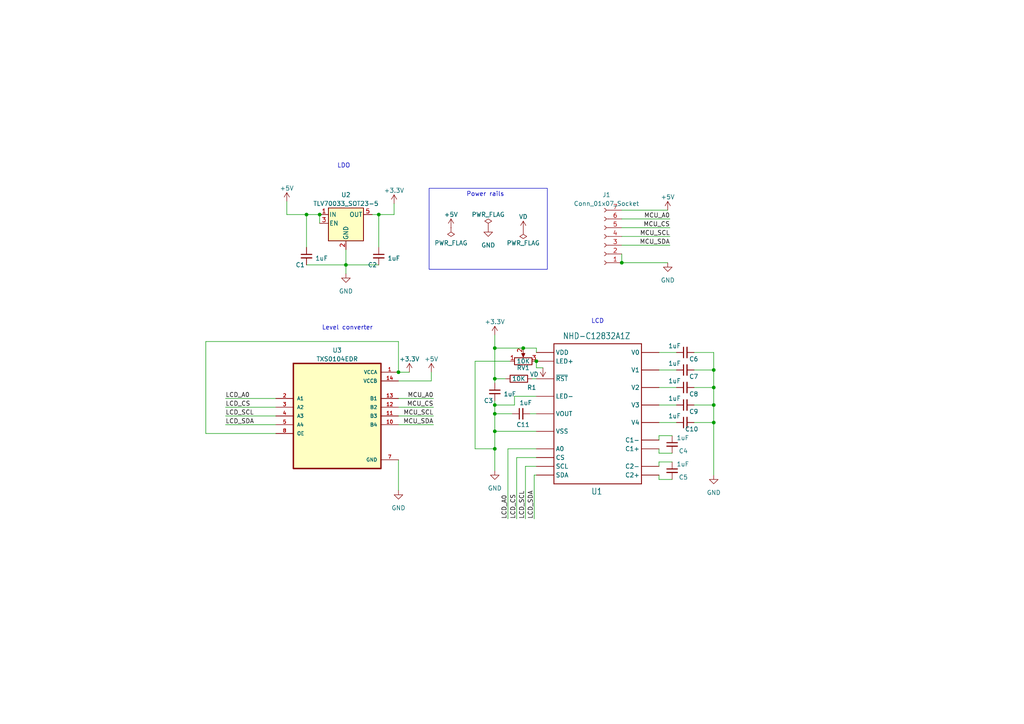
<source format=kicad_sch>
(kicad_sch (version 20230121) (generator eeschema)
  (paper "A4")
  (lib_symbols
    (symbol "Connector:Conn_01x07_Socket" (pin_names (offset 1.016) hide)
      (property "Reference" "J" (at 0 10.16 0))
      (property "Value" "Conn_01x07_Socket" (at 0 -10.16 0))
      (symbol "Conn_01x07_Socket_1_1"
        (arc (start 0 -7.112) (mid -0.5058 -7.62) (end 0 -8.128) (stroke (width 0.1524)))
        (arc (start 0 -4.572) (mid -0.5058 -5.08) (end 0 -5.588) (stroke (width 0.1524)))
        (arc (start 0 -2.032) (mid -0.5058 -2.54) (end 0 -3.048) (stroke (width 0.1524)))
        (polyline (pts (xy -1.27 -7.62) (xy -0.508 -7.62)) (stroke (width 0.1524)))
        (polyline (pts (xy -1.27 -5.08) (xy -0.508 -5.08)) (stroke (width 0.1524)))
        (polyline (pts (xy -1.27 -2.54) (xy -0.508 -2.54)) (stroke (width 0.1524)))
        (polyline (pts (xy -1.27 0) (xy -0.508 0)) (stroke (width 0.1524)))
        (polyline (pts (xy -1.27 2.54) (xy -0.508 2.54)) (stroke (width 0.1524)))
        (polyline (pts (xy -1.27 5.08) (xy -0.508 5.08)) (stroke (width 0.1524)))
        (polyline (pts (xy -1.27 7.62) (xy -0.508 7.62)) (stroke (width 0.1524)))
        (arc (start 0 0.508) (mid -0.5058 0) (end 0 -0.508) (stroke (width 0.1524)))
        (arc (start 0 3.048) (mid -0.5058 2.54) (end 0 2.032) (stroke (width 0.1524)))
        (arc (start 0 5.588) (mid -0.5058 5.08) (end 0 4.572) (stroke (width 0.1524)))
        (arc (start 0 8.128) (mid -0.5058 7.62) (end 0 7.112) (stroke (width 0.1524)))
        (pin passive line (at -5.08 7.62 0) (length 3.81) (name "Pin_1") (number "1"))
        (pin passive line (at -5.08 5.08 0) (length 3.81) (name "Pin_2") (number "2"))
        (pin passive line (at -5.08 2.54 0) (length 3.81) (name "Pin_3") (number "3"))
        (pin passive line (at -5.08 0 0) (length 3.81) (name "Pin_4") (number "4"))
        (pin passive line (at -5.08 -2.54 0) (length 3.81) (name "Pin_5") (number "5"))
        (pin passive line (at -5.08 -5.08 0) (length 3.81) (name "Pin_6") (number "6"))
        (pin passive line (at -5.08 -7.62 0) (length 3.81) (name "Pin_7") (number "7"))
      )
    )
    (symbol "Device:C_Small" (pin_numbers hide) (pin_names (offset 0.254) hide)
      (property "Reference" "C" (at 0.254 1.778 0))
      (property "Value" "C_Small" (at 0.254 -2.032 0))
      (symbol "C_Small_0_1"
        (polyline (pts (xy -1.524 -0.508) (xy 1.524 -0.508)) (stroke (width 0.3302)))
        (polyline (pts (xy -1.524 0.508) (xy 1.524 0.508)) (stroke (width 0.3048)))
      )
      (symbol "C_Small_1_1"
        (pin passive line (at 0 2.54 270) (length 2.032) (name "~") (number "1"))
        (pin passive line (at 0 -2.54 90) (length 2.032) (name "~") (number "2"))
      )
    )
    (symbol "Device:R" (pin_numbers hide) (pin_names (offset 0))
      (property "Reference" "R" (at 2.032 0 90))
      (property "Value" "R" (at 0 0 90))
      (symbol "R_0_1"
        (rectangle (start -1.016 -2.54) (end 1.016 2.54) (stroke (width 0.254)))
      )
      (symbol "R_1_1"
        (pin passive line (at 0 3.81 270) (length 1.27) (name "~") (number "1"))
        (pin passive line (at 0 -3.81 90) (length 1.27) (name "~") (number "2"))
      )
    )
    (symbol "Device:R_Potentiometer" (pin_names (offset 1.016) hide)
      (property "Reference" "RV" (at -4.445 0 90))
      (property "Value" "R_Potentiometer" (at -2.54 0 90))
      (symbol "R_Potentiometer_0_1"
        (polyline (pts (xy 2.54 0) (xy 1.524 0)))
        (polyline (pts (xy 1.143 0) (xy 2.286 0.508) (xy 2.286 -0.508) (xy 1.143 0)) (fill (type outline)))
        (rectangle (start 1.016 2.54) (end -1.016 -2.54) (stroke (width 0.254)))
      )
      (symbol "R_Potentiometer_1_1"
        (pin passive line (at 0 3.81 270) (length 1.27) (name "1") (number "1"))
        (pin passive line (at 3.81 0 180) (length 1.27) (name "2") (number "2"))
        (pin passive line (at 0 -3.81 90) (length 1.27) (name "3") (number "3"))
      )
    )
    (symbol "NHD-C12832A1Z-eagle-import:NHD-C12832A1Z"
      (symbol "NHD-C12832A1Z_1_0"
        (polyline (pts (xy -12.7 -20.32) (xy -12.7 20.32)) (stroke (width 0.254)))
        (polyline (pts (xy -12.7 20.32) (xy 12.7 20.32)) (stroke (width 0.254)))
        (polyline (pts (xy 12.7 -20.32) (xy -12.7 -20.32)) (stroke (width 0.254)))
        (polyline (pts (xy 12.7 20.32) (xy 12.7 -20.32)) (stroke (width 0.254)))
        (pin bidirectional line (at 17.78 17.78 180) (length 5.08) (name "V0") (number "P1"))
        (pin bidirectional line (at -17.78 0 0) (length 5.08) (name "VOUT") (number "P10"))
        (pin power_in line (at -17.78 -5.08 0) (length 5.08) (name "VSS") (number "P11"))
        (pin power_in line (at -17.78 17.78 0) (length 5.08) (name "VDD") (number "P12"))
        (pin bidirectional line (at -17.78 -17.78 0) (length 5.08) (name "SDA") (number "P13"))
        (pin bidirectional line (at -17.78 -15.24 0) (length 5.08) (name "SCL") (number "P14"))
        (pin bidirectional line (at -17.78 -10.16 0) (length 5.08) (name "A0") (number "P15"))
        (pin bidirectional line (at -17.78 10.16 0) (length 5.08) (name "~{RST}") (number "P16"))
        (pin bidirectional line (at -17.78 -12.7 0) (length 5.08) (name "CS") (number "P17"))
        (pin power_in line (at -17.78 15.24 0) (length 5.08) (name "LED+") (number "P18"))
        (pin power_in line (at -17.78 5.08 0) (length 5.08) (name "LED-") (number "P19"))
        (pin bidirectional line (at 17.78 12.7 180) (length 5.08) (name "V1") (number "P2"))
        (pin bidirectional line (at 17.78 7.62 180) (length 5.08) (name "V2") (number "P3"))
        (pin bidirectional line (at 17.78 2.54 180) (length 5.08) (name "V3") (number "P4"))
        (pin bidirectional line (at 17.78 -2.54 180) (length 5.08) (name "V4") (number "P5"))
        (pin bidirectional line (at 17.78 -15.24 180) (length 5.08) (name "C2-") (number "P6"))
        (pin bidirectional line (at 17.78 -17.78 180) (length 5.08) (name "C2+") (number "P7"))
        (pin bidirectional line (at 17.78 -10.16 180) (length 5.08) (name "C1+") (number "P8"))
        (pin bidirectional line (at 17.78 -7.62 180) (length 5.08) (name "C1-") (number "P9"))
      )
    )
    (symbol "Regulator_Linear:TLV70033_SOT23-5" (pin_names (offset 0.254))
      (property "Reference" "U" (at -3.81 5.715 0))
      (property "Value" "TLV70033_SOT23-5" (at 0 5.715 0))
      (symbol "TLV70033_SOT23-5_0_1"
        (rectangle (start -5.08 4.445) (end 5.08 -5.08) (stroke (width 0.254)) (fill (type background)))
      )
      (symbol "TLV70033_SOT23-5_1_1"
        (pin power_in line (at -7.62 2.54 0) (length 2.54) (name "IN") (number "1"))
        (pin power_in line (at 0 -7.62 90) (length 2.54) (name "GND") (number "2"))
        (pin input line (at -7.62 0 0) (length 2.54) (name "EN") (number "3"))
        (pin no_connect line (at 5.08 0 180) (length 2.54) hide (name "NC") (number "4"))
        (pin power_out line (at 7.62 2.54 180) (length 2.54) (name "OUT") (number "5"))
      )
    )
    (symbol "TXS0104EDR:TXS0104EDR" (pin_names (offset 1.016))
      (property "Reference" "U" (at -12.7 16.24 0))
      (property "Value" "TXS0104EDR" (at -12.7 -19.24 0))
      (symbol "TXS0104EDR_0_0"
        (rectangle (start -12.7 -15.24) (end 12.7 15.24) (stroke (width 0.41)) (fill (type background)))
        (pin power_in line (at 17.78 12.7 180) (length 5.08) (name "VCCA") (number "1"))
        (pin output line (at 17.78 -2.54 180) (length 5.08) (name "B4") (number "10"))
        (pin output line (at 17.78 0 180) (length 5.08) (name "B3") (number "11"))
        (pin output line (at 17.78 2.54 180) (length 5.08) (name "B2") (number "12"))
        (pin output line (at 17.78 5.08 180) (length 5.08) (name "B1") (number "13"))
        (pin power_in line (at 17.78 10.16 180) (length 5.08) (name "VCCB") (number "14"))
        (pin input line (at -17.78 5.08 0) (length 5.08) (name "A1") (number "2"))
        (pin input line (at -17.78 2.54 0) (length 5.08) (name "A2") (number "3"))
        (pin input line (at -17.78 0 0) (length 5.08) (name "A3") (number "4"))
        (pin input line (at -17.78 -2.54 0) (length 5.08) (name "A4") (number "5"))
        (pin power_in line (at 17.78 -12.7 180) (length 5.08) (name "GND") (number "7"))
        (pin input line (at -17.78 -5.08 0) (length 5.08) (name "OE") (number "8"))
      )
    )
    (symbol "power:+3.3V" (power) (pin_names (offset 0))
      (property "Value" "+3.3V" (at 0 3.556 0))
      (symbol "+3.3V_0_1"
        (polyline (pts (xy -0.762 1.27) (xy 0 2.54)))
        (polyline (pts (xy 0 0) (xy 0 2.54)))
        (polyline (pts (xy 0 2.54) (xy 0.762 1.27)))
      )
      (symbol "+3.3V_1_1"
        (pin power_in line (at 0 0 90) (length 0) hide (name "+3.3V") (number "1"))
      )
    )
    (symbol "power:+5V" (power) (pin_names (offset 0))
      (property "Value" "+5V" (at 0 3.556 0))
      (symbol "+5V_0_1"
        (polyline (pts (xy -0.762 1.27) (xy 0 2.54)))
        (polyline (pts (xy 0 0) (xy 0 2.54)))
        (polyline (pts (xy 0 2.54) (xy 0.762 1.27)))
      )
      (symbol "+5V_1_1"
        (pin power_in line (at 0 0 90) (length 0) hide (name "+5V") (number "1"))
      )
    )
    (symbol "power:GND" (power) (pin_names (offset 0))
      (property "Value" "GND" (at 0 -3.81 0))
      (symbol "GND_0_1"
        (polyline (pts (xy 0 0) (xy 0 -1.27) (xy 1.27 -1.27) (xy 0 -2.54) (xy -1.27 -1.27) (xy 0 -1.27)))
      )
      (symbol "GND_1_1"
        (pin power_in line (at 0 0 270) (length 0) hide (name "GND") (number "1"))
      )
    )
    (symbol "power:PWR_FLAG" (power) (pin_numbers hide) (pin_names (offset 0) hide)
      (property "Value" "PWR_FLAG" (at 0 3.81 0))
      (symbol "PWR_FLAG_0_0"
        (pin power_out line (at 0 0 90) (length 0) (name "pwr") (number "1"))
      )
      (symbol "PWR_FLAG_0_1"
        (polyline (pts (xy 0 0) (xy 0 1.27) (xy -1.016 1.905) (xy 0 2.54) (xy 1.016 1.905) (xy 0 1.27)))
      )
    )
    (symbol "power:VD" (power) (pin_names (offset 0))
      (property "Value" "VD" (at 0 3.81 0))
      (symbol "VD_0_1"
        (polyline (pts (xy -0.762 1.27) (xy 0 2.54)))
        (polyline (pts (xy 0 0) (xy 0 2.54)))
        (polyline (pts (xy 0 2.54) (xy 0.762 1.27)))
      )
      (symbol "VD_1_1"
        (pin power_in line (at 0 0 90) (length 0) hide (name "VD") (number "1"))
      )
    )
  )
  (junction (at 143.51 125.095))
  (junction (at 109.855 62.23))
  (junction (at 115.57 107.95))
  (junction (at 207.01 122.555))
  (junction (at 143.51 117.475))
  (junction (at 155.575 104.775))
  (junction (at 100.33 76.835))
  (junction (at 207.01 107.315))
  (junction (at 180.34 76.2))
  (junction (at 92.71 62.23))
  (junction (at 143.51 130.175))
  (junction (at 143.51 100.965))
  (junction (at 143.51 109.855))
  (junction (at 207.01 117.475))
  (junction (at 88.9 62.23))
  (junction (at 207.01 112.395))
  (junction (at 143.51 120.015))
  (junction (at 151.765 100.965))
  (wire (pts (xy 88.9 71.755) (xy 88.9 62.23)))
  (wire (pts (xy 201.295 107.315) (xy 207.01 107.315)))
  (wire (pts (xy 100.33 76.835) (xy 100.33 72.39)))
  (wire (pts (xy 115.57 107.95) (xy 118.745 107.95)))
  (wire (pts (xy 155.575 102.235) (xy 155.575 100.965)))
  (wire (pts (xy 125.095 110.49) (xy 125.095 107.95)))
  (wire (pts (xy 65.405 123.19) (xy 80.01 123.19)))
  (wire (pts (xy 115.57 115.57) (xy 125.73 115.57)))
  (wire (pts (xy 191.135 102.235) (xy 196.215 102.235)))
  (wire (pts (xy 109.855 62.23) (xy 114.3 62.23)))
  (wire (pts (xy 143.51 120.015) (xy 143.51 125.095)))
  (wire (pts (xy 109.855 62.23) (xy 109.855 71.755)))
  (wire (pts (xy 180.34 73.66) (xy 180.34 76.2)))
  (wire (pts (xy 154.305 109.855) (xy 155.575 109.855)))
  (wire (pts (xy 191.135 130.175) (xy 191.135 131.445)))
  (wire (pts (xy 155.575 104.775) (xy 155.575 106.68)))
  (wire (pts (xy 114.3 62.23) (xy 114.3 59.055)))
  (wire (pts (xy 155.575 135.255) (xy 152.4 135.255)))
  (wire (pts (xy 180.34 68.58) (xy 194.31 68.58)))
  (wire (pts (xy 180.34 71.12) (xy 194.31 71.12)))
  (wire (pts (xy 191.135 131.445) (xy 194.945 131.445)))
  (wire (pts (xy 155.575 132.715) (xy 149.86 132.715)))
  (wire (pts (xy 207.01 107.315) (xy 207.01 112.395)))
  (wire (pts (xy 115.57 133.35) (xy 115.57 142.24)))
  (wire (pts (xy 191.135 107.315) (xy 196.215 107.315)))
  (wire (pts (xy 143.51 130.175) (xy 143.51 136.525)))
  (wire (pts (xy 115.57 110.49) (xy 125.095 110.49)))
  (wire (pts (xy 191.135 135.255) (xy 191.135 133.985)))
  (wire (pts (xy 65.405 120.65) (xy 80.01 120.65)))
  (wire (pts (xy 147.32 130.175) (xy 147.32 150.495)))
  (wire (pts (xy 154.94 137.795) (xy 154.94 150.495)))
  (wire (pts (xy 201.295 102.235) (xy 207.01 102.235)))
  (wire (pts (xy 201.295 122.555) (xy 207.01 122.555)))
  (wire (pts (xy 115.57 120.65) (xy 125.73 120.65)))
  (wire (pts (xy 143.51 125.095) (xy 143.51 130.175)))
  (wire (pts (xy 59.69 99.06) (xy 115.57 99.06)))
  (wire (pts (xy 92.71 62.23) (xy 92.71 64.77)))
  (wire (pts (xy 88.9 62.23) (xy 92.71 62.23)))
  (wire (pts (xy 191.135 117.475) (xy 196.215 117.475)))
  (wire (pts (xy 143.51 120.015) (xy 148.59 120.015)))
  (wire (pts (xy 143.51 117.475) (xy 143.51 120.015)))
  (wire (pts (xy 191.135 122.555) (xy 196.215 122.555)))
  (wire (pts (xy 194.945 126.365) (xy 191.135 126.365)))
  (wire (pts (xy 143.51 109.855) (xy 146.685 109.855)))
  (wire (pts (xy 180.34 66.04) (xy 194.31 66.04)))
  (wire (pts (xy 115.57 123.19) (xy 125.73 123.19)))
  (wire (pts (xy 143.51 109.855) (xy 143.51 111.125)))
  (wire (pts (xy 83.185 62.23) (xy 83.185 58.42)))
  (wire (pts (xy 137.795 130.175) (xy 143.51 130.175)))
  (wire (pts (xy 109.855 76.835) (xy 100.33 76.835)))
  (wire (pts (xy 100.33 76.835) (xy 100.33 79.375)))
  (wire (pts (xy 155.575 114.935) (xy 149.225 114.935)))
  (wire (pts (xy 149.225 117.475) (xy 143.51 117.475)))
  (wire (pts (xy 80.01 125.73) (xy 59.69 125.73)))
  (wire (pts (xy 151.765 100.965) (xy 143.51 100.965)))
  (wire (pts (xy 83.185 62.23) (xy 88.9 62.23)))
  (wire (pts (xy 143.51 97.155) (xy 143.51 100.965)))
  (wire (pts (xy 149.86 132.715) (xy 149.86 150.495)))
  (wire (pts (xy 191.135 112.395) (xy 196.215 112.395)))
  (wire (pts (xy 155.575 100.965) (xy 151.765 100.965)))
  (wire (pts (xy 143.51 125.095) (xy 155.575 125.095)))
  (wire (pts (xy 155.575 130.175) (xy 147.32 130.175)))
  (wire (pts (xy 65.405 118.11) (xy 80.01 118.11)))
  (wire (pts (xy 207.01 102.235) (xy 207.01 107.315)))
  (wire (pts (xy 59.69 125.73) (xy 59.69 99.06)))
  (wire (pts (xy 137.795 104.775) (xy 137.795 130.175)))
  (wire (pts (xy 201.295 117.475) (xy 207.01 117.475)))
  (wire (pts (xy 147.955 104.775) (xy 137.795 104.775)))
  (wire (pts (xy 191.135 133.985) (xy 194.945 133.985)))
  (wire (pts (xy 152.4 135.255) (xy 152.4 150.495)))
  (wire (pts (xy 191.135 139.065) (xy 191.135 137.795)))
  (wire (pts (xy 143.51 116.205) (xy 143.51 117.475)))
  (wire (pts (xy 143.51 100.965) (xy 143.51 109.855)))
  (wire (pts (xy 115.57 99.06) (xy 115.57 107.95)))
  (wire (pts (xy 191.135 126.365) (xy 191.135 127.635)))
  (wire (pts (xy 207.01 122.555) (xy 207.01 137.795)))
  (wire (pts (xy 201.295 112.395) (xy 207.01 112.395)))
  (wire (pts (xy 65.405 115.57) (xy 80.01 115.57)))
  (wire (pts (xy 149.225 114.935) (xy 149.225 117.475)))
  (wire (pts (xy 107.95 62.23) (xy 109.855 62.23)))
  (wire (pts (xy 180.34 76.2) (xy 193.675 76.2)))
  (wire (pts (xy 155.575 137.795) (xy 154.94 137.795)))
  (wire (pts (xy 180.34 60.96) (xy 193.675 60.96)))
  (wire (pts (xy 207.01 112.395) (xy 207.01 117.475)))
  (wire (pts (xy 155.575 106.68) (xy 157.48 106.68)))
  (wire (pts (xy 153.67 120.015) (xy 155.575 120.015)))
  (wire (pts (xy 115.57 118.11) (xy 125.73 118.11)))
  (wire (pts (xy 88.9 76.835) (xy 100.33 76.835)))
  (wire (pts (xy 194.945 139.065) (xy 191.135 139.065)))
  (wire (pts (xy 207.01 117.475) (xy 207.01 122.555)))
  (wire (pts (xy 180.34 63.5) (xy 194.31 63.5)))
  (rectangle (start 124.46 54.61) (end 158.75 78.105))
  (text "LCD" (at 171.45 93.98 0) (effects (font (size 1.27 1.27)) (justify left bottom)))
  (text "Level converter" (at 93.345 95.885 0) (effects (font (size 1.27 1.27)) (justify left bottom)))
  (text "Power rails" (at 135.255 57.15 0) (effects (font (size 1.27 1.27)) (justify left bottom)))
  (text "LDO" (at 97.79 48.895 0) (effects (font (size 1.27 1.27)) (justify left bottom)))
  (label "MCU_A0" (at 125.73 115.57 180))
  (label "MCU_A0" (at 194.31 63.5 180))
  (label "LCD_CS" (at 65.405 118.11 0))
  (label "LCD_SCL" (at 152.4 150.495 90))
  (label "LCD_CS" (at 149.86 150.495 90))
  (label "MCU_SDA" (at 194.31 71.12 180))
  (label "LCD_SDA" (at 65.405 123.19 0))
  (label "LCD_A0" (at 147.32 150.495 90))
  (label "LCD_SDA" (at 154.94 150.495 90))
  (label "LCD_SCL" (at 65.405 120.65 0))
  (label "MCU_SCL" (at 194.31 68.58 180))
  (label "MCU_SDA" (at 125.73 123.19 180))
  (label "LCD_A0" (at 65.405 115.57 0))
  (label "MCU_CS" (at 194.31 66.04 180))
  (label "MCU_CS" (at 125.73 118.11 180))
  (label "MCU_SCL" (at 125.73 120.65 180))
  (symbol (lib_id "Device:C_Small") (at 198.755 112.395 90) (unit 1)
    (property "Reference" "C8" (at 202.565 114.3 90) (effects (justify left)))
    (property "Value" "1uF" (at 197.485 110.49 90) (effects (justify left)))
    (property "Footprint" "Capacitor_SMD:C_0603_1608Metric" (effects hide))
    (property "lcsc" "C59302" (effects hide))
  )
  (symbol (lib_id "Device:C_Small") (at 151.13 120.015 90) (unit 1)
    (property "Reference" "C11" (at 153.67 123.19 90) (effects (justify left)))
    (property "Value" "1uF" (at 154.305 116.84 90) (effects (justify left)))
    (property "Footprint" "Capacitor_SMD:C_0603_1608Metric" (effects hide))
    (property "lcsc" "C59302" (effects hide))
  )
  (symbol (lib_id "power:+5V") (at 83.185 58.42 0) (unit 1)
    (property "Reference" "#PWR01" (effects hide))
    (property "Value" "+5V" (at 83.185 54.61 0))
  )
  (symbol (lib_id "power:PWR_FLAG") (at 141.605 66.04 0) (unit 1)
    (property "Reference" "#FLG01" (effects hide))
    (property "Value" "PWR_FLAG" (at 141.605 62.23 0))
  )
  (symbol (lib_id "power:+5V") (at 130.81 66.04 0) (unit 1)
    (property "Reference" "#PWR07" (effects hide))
    (property "Value" "+5V" (at 130.81 62.23 0))
  )
  (symbol (lib_id "Device:C_Small") (at 194.945 128.905 0) (unit 1)
    (property "Reference" "C4" (at 196.85 130.81 0) (effects (justify left)))
    (property "Value" "1uF" (at 196.215 127 0) (effects (justify left)))
    (property "Footprint" "Capacitor_SMD:C_0603_1608Metric" (effects hide))
    (property "lcsc" "C59302" (effects hide))
  )
  (symbol (lib_id "power:+3.3V") (at 114.3 59.055 0) (unit 1)
    (property "Reference" "#PWR02" (effects hide))
    (property "Value" "+3.3V" (at 114.3 55.245 0))
  )
  (symbol (lib_id "Regulator_Linear:TLV70033_SOT23-5") (at 100.33 64.77 0) (unit 1)
    (property "Reference" "U2" (at 100.33 56.515 0))
    (property "Value" "TLV70033_SOT23-5" (at 100.33 59.055 0))
    (property "Footprint" "Package_TO_SOT_SMD:SOT-23-5" (effects hide))
    (property "Datasheet" "http://www.ti.com/lit/ds/symlink/tlv700.pdf" (effects hide))
    (property "lscs" "C2871194" (effects hide))
  )
  (symbol (lib_id "power:GND") (at 141.605 66.04 0) (unit 1)
    (property "Reference" "#PWR09" (effects hide))
    (property "Value" "GND" (at 141.605 71.12 0))
  )
  (symbol (lib_id "NHD-C12832A1Z-eagle-import:NHD-C12832A1Z") (at 173.355 120.015 0) (unit 1)
    (property "Reference" "U1" (at 171.45 143.51 0) (effects (font (size 1.778 1.5113)) (justify left bottom)))
    (property "Value" "NHD-C12832A1Z" (at 163.195 98.425 0) (effects (font (size 1.778 1.5113)) (justify left bottom)))
    (property "Footprint" "library:NHD-C12832A1Z" (effects hide))
    (property "JLCPCB BOM" "0" (effects hide))
  )
  (symbol (lib_id "Connector:Conn_01x07_Socket") (at 175.26 68.58 180) (unit 1)
    (property "Reference" "J1" (at 175.895 56.515 0))
    (property "Value" "Conn_01x07_Socket" (at 175.895 59.055 0))
    (property "Footprint" "Connector_JST:JST_PH_B7B-PH-K_1x07_P2.00mm_Vertical" (effects hide))
  )
  (symbol (lib_id "Device:C_Small") (at 109.855 74.295 0) (unit 1)
    (property "Reference" "C2" (at 106.68 76.835 0) (effects (justify left)))
    (property "Value" "1uF" (at 112.395 74.93 0) (effects (justify left)))
    (property "Footprint" "Capacitor_SMD:C_0603_1608Metric" (effects hide))
    (property "lcsc" "C59302" (effects hide))
  )
  (symbol (lib_id "Device:C_Small") (at 88.9 74.295 0) (unit 1)
    (property "Reference" "C1" (at 85.725 76.835 0) (effects (justify left)))
    (property "Value" "1uF" (at 91.44 74.93 0) (effects (justify left)))
    (property "Footprint" "Capacitor_SMD:C_0603_1608Metric" (effects hide))
    (property "lcsc" "C59302" (effects hide))
  )
  (symbol (lib_id "Device:R") (at 150.495 109.855 90) (unit 1)
    (property "Reference" "R1" (at 155.575 112.395 90) (effects (justify left)))
    (property "Value" "10K" (at 152.4 109.855 90) (effects (justify left)))
    (property "Footprint" "Resistor_SMD:R_0603_1608Metric" (effects hide))
    (property "lcsc" "C25804" (effects hide))
  )
  (symbol (lib_id "Device:C_Small") (at 143.51 113.665 0) (unit 1)
    (property "Reference" "C3" (at 140.335 116.205 0) (effects (justify left)))
    (property "Value" "1uF" (at 146.05 114.3 0) (effects (justify left)))
    (property "Footprint" "Capacitor_SMD:C_0603_1608Metric" (effects hide))
    (property "lcsc" "C59302" (effects hide))
  )
  (symbol (lib_id "Device:C_Small") (at 198.755 102.235 90) (unit 1)
    (property "Reference" "C6" (at 202.565 104.14 90) (effects (justify left)))
    (property "Value" "1uF" (at 197.485 100.33 90) (effects (justify left)))
    (property "Footprint" "Capacitor_SMD:C_0603_1608Metric" (effects hide))
    (property "lcsc" "C59302" (effects hide))
  )
  (symbol (lib_id "Device:R_Potentiometer") (at 151.765 104.775 90) (unit 1)
    (property "Reference" "RV1" (at 151.765 106.68 90))
    (property "Value" "10K" (at 151.765 104.775 90))
    (property "Footprint" "Potentiometer_SMD:Potentiometer_Bourns_3314G_Vertical" (effects hide))
    (property "lcsc" "C780220" (effects hide))
  )
  (symbol (lib_id "Device:C_Small") (at 198.755 117.475 90) (unit 1)
    (property "Reference" "C9" (at 202.565 119.38 90) (effects (justify left)))
    (property "Value" "1uF" (at 197.485 115.57 90) (effects (justify left)))
    (property "Footprint" "Capacitor_SMD:C_0603_1608Metric" (effects hide))
    (property "lcsc" "C59302" (effects hide))
  )
  (symbol (lib_id "power:PWR_FLAG") (at 151.765 66.675 180) (unit 1)
    (property "Reference" "#FLG02" (effects hide))
    (property "Value" "PWR_FLAG" (at 151.765 70.485 0))
  )
  (symbol (lib_id "power:GND") (at 193.675 76.2 0) (unit 1)
    (property "Reference" "#PWR012" (effects hide))
    (property "Value" "GND" (at 193.675 81.28 0))
  )
  (symbol (lib_id "Device:C_Small") (at 194.945 136.525 0) (unit 1)
    (property "Reference" "C5" (at 196.85 138.43 0) (effects (justify left)))
    (property "Value" "1uF" (at 196.215 134.62 0) (effects (justify left)))
    (property "Footprint" "Capacitor_SMD:C_0603_1608Metric" (effects hide))
    (property "lcsc" "C59302" (effects hide))
  )
  (symbol (lib_id "power:VD") (at 151.765 66.675 0) (unit 1)
    (property "Reference" "#PWR015" (effects hide))
    (property "Value" "VD" (at 151.765 62.865 0))
  )
  (symbol (lib_id "power:+5V") (at 193.675 60.96 0) (unit 1)
    (property "Reference" "#PWR011" (effects hide))
    (property "Value" "+5V" (at 193.675 57.15 0))
  )
  (symbol (lib_id "power:VD") (at 157.48 106.68 180) (unit 1)
    (property "Reference" "#PWR014" (effects hide))
    (property "Value" "VD" (at 154.94 108.585 0))
  )
  (symbol (lib_id "TXS0104EDR:TXS0104EDR") (at 97.79 120.65 0) (unit 1)
    (property "Reference" "U3" (at 97.79 101.6 0))
    (property "Value" "TXS0104EDR" (at 97.79 104.14 0))
    (property "Footprint" "SOIC127P600X175-14N" (effects hide))
    (property "Datasheet" "https://datasheet.lcsc.com/lcsc/1811082011_Texas-Instruments-TXS0104EDR_C79342.pdf" (effects hide))
    (property "LCSC" "C79342" (effects hide))
  )
  (symbol (lib_id "Device:C_Small") (at 198.755 122.555 90) (unit 1)
    (property "Reference" "C10" (at 202.565 124.46 90) (effects (justify left)))
    (property "Value" "1uF" (at 197.485 120.65 90) (effects (justify left)))
    (property "Footprint" "Capacitor_SMD:C_0603_1608Metric" (effects hide))
    (property "lcsc" "C59302" (effects hide))
  )
  (symbol (lib_id "power:+3.3V") (at 143.51 97.155 0) (unit 1)
    (property "Reference" "#PWR04" (effects hide))
    (property "Value" "+3.3V" (at 143.51 93.345 0))
  )
  (symbol (lib_id "Device:C_Small") (at 198.755 107.315 90) (unit 1)
    (property "Reference" "C7" (at 202.565 109.22 90) (effects (justify left)))
    (property "Value" "1uF" (at 197.485 105.41 90) (effects (justify left)))
    (property "Footprint" "Capacitor_SMD:C_0603_1608Metric" (effects hide))
    (property "lcsc" "C59302" (effects hide))
  )
  (symbol (lib_id "power:GND") (at 100.33 79.375 0) (unit 1)
    (property "Reference" "#PWR03" (effects hide))
    (property "Value" "GND" (at 100.33 84.455 0))
  )
  (symbol (lib_id "power:GND") (at 207.01 137.795 0) (unit 1)
    (property "Reference" "#PWR06" (effects hide))
    (property "Value" "GND" (at 207.01 142.875 0))
  )
  (symbol (lib_id "power:GND") (at 115.57 142.24 0) (unit 1)
    (property "Reference" "#PWR013" (effects hide))
    (property "Value" "GND" (at 115.57 147.32 0))
  )
  (symbol (lib_id "power:GND") (at 143.51 136.525 0) (unit 1)
    (property "Reference" "#PWR05" (effects hide))
    (property "Value" "GND" (at 143.51 141.605 0))
  )
  (symbol (lib_id "power:+3.3V") (at 118.745 107.95 0) (unit 1)
    (property "Reference" "#PWR08" (effects hide))
    (property "Value" "+3.3V" (at 118.745 104.14 0))
  )
  (symbol (lib_id "power:+5V") (at 125.095 107.95 0) (unit 1)
    (property "Reference" "#PWR010" (effects hide))
    (property "Value" "+5V" (at 125.095 104.14 0))
  )
  (symbol (lib_id "power:PWR_FLAG") (at 130.81 66.04 180) (unit 1)
    (property "Reference" "#FLG03" (effects hide))
    (property "Value" "PWR_FLAG" (at 130.81 70.485 0))
  )
)
</source>
